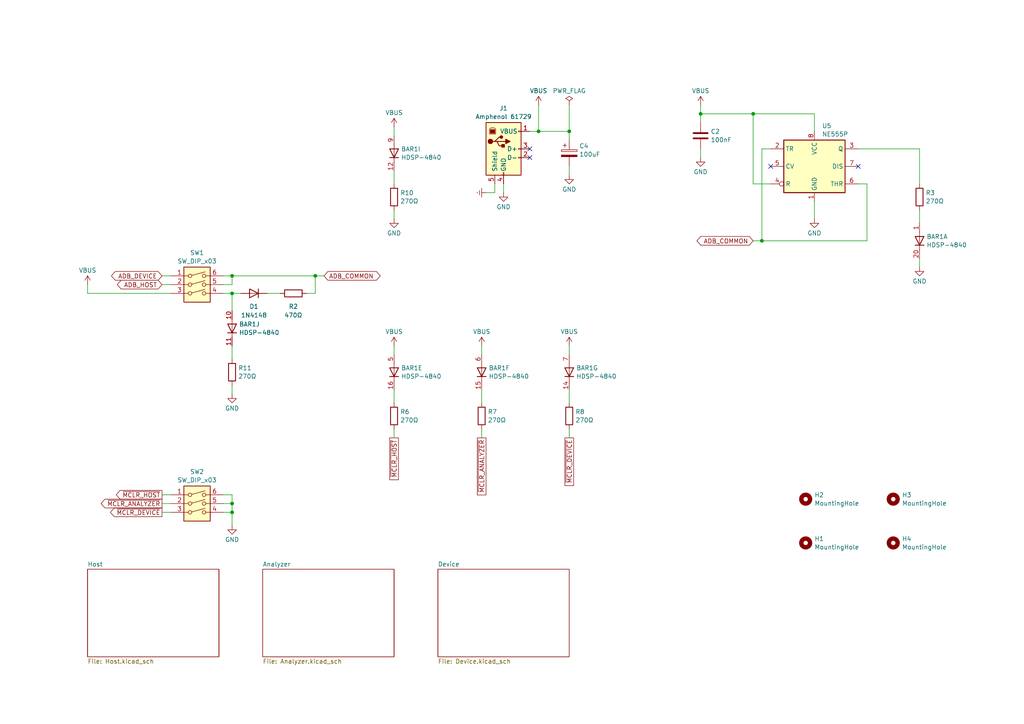
<source format=kicad_sch>
(kicad_sch (version 20230121) (generator eeschema)
  (paper "A4")
  (title_block (title "ADBDB") (date "2024-02-16") (rev "1.1") (company "68kmla") (comment 1 "https://github.com/demik/oldworld/blob/master/EDA/ADBDB/README.md"))
  (lib_symbols
    (symbol "Connector:USB_B" (pin_names (offset 1.016))
      (property "Reference" "J" (at -5.08 11.43 0))
      (property "Value" "USB_B" (at -5.08 8.89 0))
      (symbol "USB_B_0_1"
        (rectangle (start -5.08 -7.62) (end 5.08 7.62) (stroke (width 0.254)) (fill (type background)))
        (circle (center -3.81 2.159) (radius 0.635) (stroke (width 0.254)) (fill (type outline)))
        (rectangle (start -3.81 5.588) (end -2.54 4.572) (fill (type outline)))
        (circle (center -0.635 3.429) (radius 0.381) (stroke (width 0.254)) (fill (type outline)))
        (rectangle (start -0.127 -7.62) (end 0.127 -6.858))
        (polyline (pts (xy -1.905 2.159) (xy 0.635 2.159)) (stroke (width 0.254)))
        (polyline (pts (xy -3.175 2.159) (xy -2.54 2.159) (xy -1.27 3.429) (xy -0.635 3.429)) (stroke (width 0.254)))
        (polyline (pts (xy -2.54 2.159) (xy -1.905 2.159) (xy -1.27 0.889) (xy 0 0.889)) (stroke (width 0.254)))
        (polyline (pts (xy 0.635 2.794) (xy 0.635 1.524) (xy 1.905 2.159) (xy 0.635 2.794)) (stroke (width 0.254)) (fill (type outline)))
        (polyline (pts (xy -4.064 4.318) (xy -2.286 4.318) (xy -2.286 5.715) (xy -2.667 6.096) (xy -3.683 6.096) (xy -4.064 5.715) (xy -4.064 4.318)))
        (rectangle (start 0.254 1.27) (end -0.508 0.508) (stroke (width 0.254)) (fill (type outline)))
        (rectangle (start 5.08 -2.667) (end 4.318 -2.413))
        (rectangle (start 5.08 -0.127) (end 4.318 0.127))
        (rectangle (start 5.08 4.953) (end 4.318 5.207))
      )
      (symbol "USB_B_1_1"
        (pin power_out line (at 7.62 5.08 180) (length 2.54) (name "VBUS") (number "1"))
        (pin bidirectional line (at 7.62 -2.54 180) (length 2.54) (name "D-") (number "2"))
        (pin bidirectional line (at 7.62 0 180) (length 2.54) (name "D+") (number "3"))
        (pin power_out line (at 0 -10.16 90) (length 2.54) (name "GND") (number "4"))
        (pin passive line (at -2.54 -10.16 90) (length 2.54) (name "Shield") (number "5"))
      )
    )
    (symbol "Device:C" (pin_numbers hide) (pin_names (offset 0.254))
      (property "Reference" "C" (at 0.635 2.54 0))
      (property "Value" "C" (at 0.635 -2.54 0))
      (symbol "C_0_1"
        (polyline (pts (xy -2.032 -0.762) (xy 2.032 -0.762)) (stroke (width 0.508)))
        (polyline (pts (xy -2.032 0.762) (xy 2.032 0.762)) (stroke (width 0.508)))
      )
      (symbol "C_1_1"
        (pin passive line (at 0 3.81 270) (length 2.794) (name "~") (number "1"))
        (pin passive line (at 0 -3.81 90) (length 2.794) (name "~") (number "2"))
      )
    )
    (symbol "Device:C_Polarized" (pin_numbers hide) (pin_names (offset 0.254))
      (property "Reference" "C" (at 0.635 2.54 0))
      (property "Value" "C_Polarized" (at 0.635 -2.54 0))
      (symbol "C_Polarized_0_1"
        (rectangle (start -2.286 0.508) (end 2.286 1.016))
        (polyline (pts (xy -1.778 2.286) (xy -0.762 2.286)))
        (polyline (pts (xy -1.27 2.794) (xy -1.27 1.778)))
        (rectangle (start 2.286 -0.508) (end -2.286 -1.016) (fill (type outline)))
      )
      (symbol "C_Polarized_1_1"
        (pin passive line (at 0 3.81 270) (length 2.794) (name "~") (number "1"))
        (pin passive line (at 0 -3.81 90) (length 2.794) (name "~") (number "2"))
      )
    )
    (symbol "Device:R" (pin_numbers hide) (pin_names (offset 0))
      (property "Reference" "R" (at 2.032 0 90))
      (property "Value" "R" (at 0 0 90))
      (symbol "R_0_1"
        (rectangle (start -1.016 -2.54) (end 1.016 2.54) (stroke (width 0.254)))
      )
      (symbol "R_1_1"
        (pin passive line (at 0 3.81 270) (length 1.27) (name "~") (number "1"))
        (pin passive line (at 0 -3.81 90) (length 1.27) (name "~") (number "2"))
      )
    )
    (symbol "Diode:1N4148" (pin_numbers hide) (pin_names hide)
      (property "Reference" "D" (at 0 2.54 0))
      (property "Value" "1N4148" (at 0 -2.54 0))
      (symbol "1N4148_0_1"
        (polyline (pts (xy -1.27 1.27) (xy -1.27 -1.27)) (stroke (width 0.254)))
        (polyline (pts (xy 1.27 0) (xy -1.27 0)))
        (polyline (pts (xy 1.27 1.27) (xy 1.27 -1.27) (xy -1.27 0) (xy 1.27 1.27)) (stroke (width 0.254)))
      )
      (symbol "1N4148_1_1"
        (pin passive line (at -3.81 0 0) (length 2.54) (name "K") (number "1"))
        (pin passive line (at 3.81 0 180) (length 2.54) (name "A") (number "2"))
      )
    )
    (symbol "LED:HDSP-4840" (pin_names (offset 1.016) hide)
      (property "Reference" "BAR" (at 0 3.81 0))
      (property "Value" "HDSP-4840" (at 0 -3.81 0))
      (symbol "HDSP-4840_0_1"
        (polyline (pts (xy -2.54 0) (xy 2.54 0)))
        (polyline (pts (xy 1.27 -1.27) (xy 1.27 1.27)) (stroke (width 0.254)))
        (polyline (pts (xy -1.27 1.27) (xy -1.27 -1.27) (xy 1.27 0) (xy -1.27 1.27)) (stroke (width 0.254)))
      )
      (symbol "HDSP-4840_1_1"
        (pin passive line (at -5.08 0 0) (length 2.54) (name "A") (number "1"))
        (pin passive line (at 5.08 0 180) (length 2.54) (name "K") (number "20"))
      )
      (symbol "HDSP-4840_2_1"
        (pin passive line (at 5.08 0 180) (length 2.54) (name "K") (number "19"))
        (pin passive line (at -5.08 0 0) (length 2.54) (name "A") (number "2"))
      )
      (symbol "HDSP-4840_3_1"
        (pin passive line (at 5.08 0 180) (length 2.54) (name "K") (number "18"))
        (pin passive line (at -5.08 0 0) (length 2.54) (name "A") (number "3"))
      )
      (symbol "HDSP-4840_4_1"
        (pin passive line (at 5.08 0 180) (length 2.54) (name "K") (number "17"))
        (pin passive line (at -5.08 0 0) (length 2.54) (name "A") (number "4"))
      )
      (symbol "HDSP-4840_5_1"
        (pin passive line (at 5.08 0 180) (length 2.54) (name "K") (number "16"))
        (pin passive line (at -5.08 0 0) (length 2.54) (name "A") (number "5"))
      )
      (symbol "HDSP-4840_6_1"
        (pin passive line (at 5.08 0 180) (length 2.54) (name "K") (number "15"))
        (pin passive line (at -5.08 0 0) (length 2.54) (name "A") (number "6"))
      )
      (symbol "HDSP-4840_7_1"
        (pin passive line (at 5.08 0 180) (length 2.54) (name "K") (number "14"))
        (pin passive line (at -5.08 0 0) (length 2.54) (name "A") (number "7"))
      )
      (symbol "HDSP-4840_8_1"
        (pin passive line (at 5.08 0 180) (length 2.54) (name "K") (number "13"))
        (pin passive line (at -5.08 0 0) (length 2.54) (name "A") (number "8"))
      )
      (symbol "HDSP-4840_9_1"
        (pin passive line (at 5.08 0 180) (length 2.54) (name "K") (number "12"))
        (pin passive line (at -5.08 0 0) (length 2.54) (name "A") (number "9"))
      )
      (symbol "HDSP-4840_10_1"
        (pin passive line (at -5.08 0 0) (length 2.54) (name "A") (number "10"))
        (pin passive line (at 5.08 0 180) (length 2.54) (name "K") (number "11"))
      )
    )
    (symbol "Mechanical:MountingHole" (pin_names (offset 1.016))
      (property "Reference" "H" (at 0 5.08 0))
      (property "Value" "MountingHole" (at 0 3.175 0))
      (symbol "MountingHole_0_1"
        (circle (center 0 0) (radius 1.27) (stroke (width 1.27)))
      )
    )
    (symbol "Switch:SW_DIP_x03" (pin_names (offset 0) hide)
      (property "Reference" "SW" (at 0 8.89 0))
      (property "Value" "SW_DIP_x03" (at 0 -3.81 0))
      (symbol "SW_DIP_x03_0_0"
        (circle (center -2.032 0) (radius 0.508))
        (circle (center -2.032 2.54) (radius 0.508))
        (circle (center -2.032 5.08) (radius 0.508))
        (polyline (pts (xy -1.524 0.127) (xy 2.3622 1.1684)))
        (polyline (pts (xy -1.524 2.667) (xy 2.3622 3.7084)))
        (polyline (pts (xy -1.524 5.207) (xy 2.3622 6.2484)))
        (circle (center 2.032 0) (radius 0.508))
        (circle (center 2.032 2.54) (radius 0.508))
        (circle (center 2.032 5.08) (radius 0.508))
      )
      (symbol "SW_DIP_x03_0_1"
        (rectangle (start -3.81 7.62) (end 3.81 -2.54) (stroke (width 0.254)) (fill (type background)))
      )
      (symbol "SW_DIP_x03_1_1"
        (pin passive line (at -7.62 5.08 0) (length 5.08) (name "~") (number "1"))
        (pin passive line (at -7.62 2.54 0) (length 5.08) (name "~") (number "2"))
        (pin passive line (at -7.62 0 0) (length 5.08) (name "~") (number "3"))
        (pin passive line (at 7.62 0 180) (length 5.08) (name "~") (number "4"))
        (pin passive line (at 7.62 2.54 180) (length 5.08) (name "~") (number "5"))
        (pin passive line (at 7.62 5.08 180) (length 5.08) (name "~") (number "6"))
      )
    )
    (symbol "Timer:NE555P"
      (property "Reference" "U" (at -10.16 8.89 0))
      (property "Value" "NE555P" (at 2.54 8.89 0))
      (symbol "NE555P_0_0"
        (pin power_in line (at 0 -10.16 90) (length 2.54) (name "GND") (number "1"))
        (pin power_in line (at 0 10.16 270) (length 2.54) (name "VCC") (number "8"))
      )
      (symbol "NE555P_0_1"
        (rectangle (start -8.89 -7.62) (end 8.89 7.62) (stroke (width 0.254)) (fill (type background)))
        (rectangle (start -8.89 -7.62) (end 8.89 7.62) (stroke (width 0.254)) (fill (type background)))
      )
      (symbol "NE555P_1_1"
        (pin input line (at -12.7 5.08 0) (length 3.81) (name "TR") (number "2"))
        (pin output line (at 12.7 5.08 180) (length 3.81) (name "Q") (number "3"))
        (pin input inverted (at -12.7 -5.08 0) (length 3.81) (name "R") (number "4"))
        (pin input line (at -12.7 0 0) (length 3.81) (name "CV") (number "5"))
        (pin input line (at 12.7 -5.08 180) (length 3.81) (name "THR") (number "6"))
        (pin input line (at 12.7 0 180) (length 3.81) (name "DIS") (number "7"))
      )
    )
    (symbol "power:Earth" (power) (pin_names (offset 0))
      (symbol "Earth_0_1"
        (polyline (pts (xy -0.635 -1.905) (xy 0.635 -1.905)))
        (polyline (pts (xy -0.127 -2.54) (xy 0.127 -2.54)))
        (polyline (pts (xy 0 -1.27) (xy 0 0)))
        (polyline (pts (xy 1.27 -1.27) (xy -1.27 -1.27)))
      )
      (symbol "Earth_1_1"
        (pin power_in line (at 0 0 270) (length 0) hide (name "Earth") (number "1"))
      )
    )
    (symbol "power:GND" (power) (pin_names (offset 0))
      (property "Value" "GND" (at 0 -3.81 0))
      (symbol "GND_0_1"
        (polyline (pts (xy 0 0) (xy 0 -1.27) (xy 1.27 -1.27) (xy 0 -2.54) (xy -1.27 -1.27) (xy 0 -1.27)))
      )
      (symbol "GND_1_1"
        (pin power_in line (at 0 0 270) (length 0) hide (name "GND") (number "1"))
      )
    )
    (symbol "power:PWR_FLAG" (power) (pin_numbers hide) (pin_names (offset 0) hide)
      (property "Value" "PWR_FLAG" (at 0 3.81 0))
      (symbol "PWR_FLAG_0_0"
        (pin power_out line (at 0 0 90) (length 0) (name "pwr") (number "1"))
      )
      (symbol "PWR_FLAG_0_1"
        (polyline (pts (xy 0 0) (xy 0 1.27) (xy -1.016 1.905) (xy 0 2.54) (xy 1.016 1.905) (xy 0 1.27)))
      )
    )
    (symbol "power:VBUS" (power) (pin_names (offset 0))
      (property "Value" "VBUS" (at 0 3.81 0))
      (symbol "VBUS_0_1"
        (polyline (pts (xy -0.762 1.27) (xy 0 2.54)))
        (polyline (pts (xy 0 0) (xy 0 2.54)))
        (polyline (pts (xy 0 2.54) (xy 0.762 1.27)))
      )
      (symbol "VBUS_1_1"
        (pin power_in line (at 0 0 90) (length 0) hide (name "VBUS") (number "1"))
      )
    )
  )
  (junction (at 67.31 80.01))
  (junction (at 218.44 33.02))
  (junction (at 203.2 33.02))
  (junction (at 165.1 38.1))
  (junction (at 91.44 80.01))
  (junction (at 67.31 146.05))
  (junction (at 67.31 148.59))
  (junction (at 67.31 85.09))
  (junction (at 156.21 38.1))
  (junction (at 220.98 69.85))
  (no_connect (at 223.52 48.26))
  (no_connect (at 153.67 45.72))
  (no_connect (at 248.92 48.26))
  (no_connect (at 153.67 43.18))
  (wire (pts (xy 114.3 100.33) (xy 114.3 102.87)))
  (wire (pts (xy 203.2 43.18) (xy 203.2 45.72)))
  (wire (pts (xy 143.51 55.88) (xy 143.51 53.34)))
  (wire (pts (xy 266.7 43.18) (xy 266.7 53.34)))
  (wire (pts (xy 223.52 53.34) (xy 218.44 53.34)))
  (wire (pts (xy 251.46 53.34) (xy 248.92 53.34)))
  (wire (pts (xy 165.1 30.48) (xy 165.1 38.1)))
  (wire (pts (xy 64.77 143.51) (xy 67.31 143.51)))
  (wire (pts (xy 165.1 48.26) (xy 165.1 50.8)))
  (wire (pts (xy 67.31 100.33) (xy 67.31 104.14)))
  (wire (pts (xy 203.2 30.48) (xy 203.2 33.02)))
  (wire (pts (xy 46.99 146.05) (xy 49.53 146.05)))
  (wire (pts (xy 165.1 124.46) (xy 165.1 127)))
  (wire (pts (xy 153.67 38.1) (xy 156.21 38.1)))
  (wire (pts (xy 236.22 38.1) (xy 236.22 33.02)))
  (wire (pts (xy 139.7 100.33) (xy 139.7 102.87)))
  (wire (pts (xy 114.3 36.83) (xy 114.3 39.37)))
  (wire (pts (xy 203.2 33.02) (xy 218.44 33.02)))
  (wire (pts (xy 251.46 69.85) (xy 251.46 53.34)))
  (wire (pts (xy 64.77 85.09) (xy 67.31 85.09)))
  (wire (pts (xy 46.99 143.51) (xy 49.53 143.51)))
  (wire (pts (xy 67.31 148.59) (xy 67.31 152.4)))
  (wire (pts (xy 220.98 43.18) (xy 220.98 69.85)))
  (wire (pts (xy 165.1 38.1) (xy 165.1 40.64)))
  (wire (pts (xy 266.7 60.96) (xy 266.7 64.77)))
  (wire (pts (xy 218.44 33.02) (xy 236.22 33.02)))
  (wire (pts (xy 67.31 80.01) (xy 91.44 80.01)))
  (wire (pts (xy 67.31 85.09) (xy 69.85 85.09)))
  (wire (pts (xy 218.44 69.85) (xy 220.98 69.85)))
  (wire (pts (xy 67.31 111.76) (xy 67.31 114.3)))
  (wire (pts (xy 139.7 113.03) (xy 139.7 116.84)))
  (wire (pts (xy 64.77 82.55) (xy 67.31 82.55)))
  (wire (pts (xy 25.4 85.09) (xy 49.53 85.09)))
  (wire (pts (xy 67.31 85.09) (xy 67.31 90.17)))
  (wire (pts (xy 156.21 38.1) (xy 165.1 38.1)))
  (wire (pts (xy 139.7 124.46) (xy 139.7 127)))
  (wire (pts (xy 114.3 124.46) (xy 114.3 127)))
  (wire (pts (xy 64.77 146.05) (xy 67.31 146.05)))
  (wire (pts (xy 248.92 43.18) (xy 266.7 43.18)))
  (wire (pts (xy 156.21 38.1) (xy 156.21 30.48)))
  (wire (pts (xy 64.77 80.01) (xy 67.31 80.01)))
  (wire (pts (xy 91.44 85.09) (xy 91.44 80.01)))
  (wire (pts (xy 114.3 49.53) (xy 114.3 53.34)))
  (wire (pts (xy 236.22 58.42) (xy 236.22 63.5)))
  (wire (pts (xy 67.31 82.55) (xy 67.31 80.01)))
  (wire (pts (xy 165.1 100.33) (xy 165.1 102.87)))
  (wire (pts (xy 203.2 33.02) (xy 203.2 35.56)))
  (wire (pts (xy 25.4 82.55) (xy 25.4 85.09)))
  (wire (pts (xy 220.98 69.85) (xy 251.46 69.85)))
  (wire (pts (xy 91.44 80.01) (xy 93.98 80.01)))
  (wire (pts (xy 165.1 113.03) (xy 165.1 116.84)))
  (wire (pts (xy 114.3 113.03) (xy 114.3 116.84)))
  (wire (pts (xy 88.9 85.09) (xy 91.44 85.09)))
  (wire (pts (xy 114.3 60.96) (xy 114.3 63.5)))
  (wire (pts (xy 218.44 53.34) (xy 218.44 33.02)))
  (wire (pts (xy 64.77 148.59) (xy 67.31 148.59)))
  (wire (pts (xy 46.99 148.59) (xy 49.53 148.59)))
  (wire (pts (xy 266.7 74.93) (xy 266.7 77.47)))
  (wire (pts (xy 46.99 80.01) (xy 49.53 80.01)))
  (wire (pts (xy 67.31 146.05) (xy 67.31 148.59)))
  (wire (pts (xy 140.97 55.88) (xy 143.51 55.88)))
  (wire (pts (xy 67.31 143.51) (xy 67.31 146.05)))
  (wire (pts (xy 223.52 43.18) (xy 220.98 43.18)))
  (wire (pts (xy 77.47 85.09) (xy 81.28 85.09)))
  (wire (pts (xy 46.99 82.55) (xy 49.53 82.55)))
  (wire (pts (xy 146.05 53.34) (xy 146.05 55.88)))
  (global_label "~{MCLR_ANALYZER}" (shape output) (at 46.99 146.05 180) (property "Intersheetrefs" "${INTERSHEET_REFS}" (effects hide)))
  (global_label "~{MCLR_ANALYZER}" (shape passive) (at 139.7 127 270) (property "Intersheetrefs" "${INTERSHEET_REFS}" (effects hide)))
  (global_label "~{MCLR_HOST}" (shape output) (at 46.99 143.51 180) (property "Intersheetrefs" "${INTERSHEET_REFS}" (effects hide)))
  (global_label "ADB_COMMON" (shape bidirectional) (at 218.44 69.85 180) (property "Intersheetrefs" "${INTERSHEET_REFS}" (effects hide)))
  (global_label "ADB_DEVICE" (shape bidirectional) (at 46.99 80.01 180) (property "Intersheetrefs" "${INTERSHEET_REFS}" (effects hide)))
  (global_label "~{MCLR_DEVICE}" (shape output) (at 46.99 148.59 180) (property "Intersheetrefs" "${INTERSHEET_REFS}" (effects hide)))
  (global_label "ADB_COMMON" (shape bidirectional) (at 93.98 80.01 0) (property "Intersheetrefs" "${INTERSHEET_REFS}" (effects hide)))
  (global_label "~{MCLR_HOST}" (shape passive) (at 114.3 127 270) (property "Intersheetrefs" "${INTERSHEET_REFS}" (effects hide)))
  (global_label "ADB_HOST" (shape bidirectional) (at 46.99 82.55 180) (property "Intersheetrefs" "${INTERSHEET_REFS}" (effects hide)))
  (global_label "~{MCLR_DEVICE}" (shape passive) (at 165.1 127 270) (property "Intersheetrefs" "${INTERSHEET_REFS}" (effects hide)))
  (symbol (lib_id "Device:C") (at 203.2 39.37 0) (unit 1)
    (property "Reference" "C2" (at 206.121 38.1579 0) (effects (justify left)))
    (property "Value" "100nF" (at 206.121 40.5821 0) (effects (justify left)))
    (property "Footprint" "Capacitor_THT:C_Disc_D4.3mm_W1.9mm_P5.00mm" (effects hide))
  )
  (symbol (lib_id "Mechanical:MountingHole") (at 233.68 144.78 0) (unit 1)
    (property "Reference" "H2" (at 236.22 143.5679 0) (effects (justify left)))
    (property "Value" "MountingHole" (at 236.22 145.9921 0) (effects (justify left)))
    (property "Footprint" "MountingHole:MountingHole_3.2mm_M3" (effects hide))
  )
  (symbol (lib_id "Timer:NE555P") (at 236.22 48.26 0) (unit 1)
    (property "Reference" "U5" (at 238.4141 36.4957 0) (effects (justify left)))
    (property "Value" "NE555P" (at 238.4141 38.9199 0) (effects (justify left)))
    (property "Footprint" "Package_DIP:DIP-8_W7.62mm" (effects hide))
    (property "Datasheet" "http://www.ti.com/lit/ds/symlink/ne555.pdf" (effects hide))
  )
  (symbol (lib_id "Mechanical:MountingHole") (at 259.08 157.48 0) (unit 1)
    (property "Reference" "H4" (at 261.62 156.2679 0) (effects (justify left)))
    (property "Value" "MountingHole" (at 261.62 158.6921 0) (effects (justify left)))
    (property "Footprint" "MountingHole:MountingHole_3.2mm_M3" (effects hide))
  )
  (symbol (lib_id "power:VBUS") (at 165.1 100.33 0) (unit 1)
    (property "Reference" "#PWR033" (effects hide))
    (property "Value" "VBUS" (at 165.1 96.1969 0))
  )
  (symbol (lib_id "power:GND") (at 114.3 63.5 0) (unit 1)
    (property "Reference" "#PWR035" (effects hide))
    (property "Value" "GND" (at 114.3 67.6331 0))
  )
  (symbol (lib_id "power:GND") (at 67.31 114.3 0) (unit 1)
    (property "Reference" "#PWR037" (effects hide))
    (property "Value" "GND" (at 67.31 118.4331 0))
  )
  (symbol (lib_id "Switch:SW_DIP_x03") (at 57.15 148.59 0) (unit 1)
    (property "Reference" "SW2" (at 57.15 136.8257 0))
    (property "Value" "SW_DIP_x03" (at 57.15 139.2499 0))
    (property "Footprint" "Button_Switch_THT:SW_DIP_SPSTx03_Slide_9.78x9.8mm_W7.62mm_P2.54mm" (effects hide))
  )
  (symbol (lib_id "power:VBUS") (at 203.2 30.48 0) (unit 1)
    (property "Reference" "#PWR014" (effects hide))
    (property "Value" "VBUS" (at 203.2 26.3469 0))
  )
  (symbol (lib_id "Device:R") (at 266.7 57.15 0) (unit 1)
    (property "Reference" "R3" (at 268.478 55.9379 0) (effects (justify left)))
    (property "Value" "270Ω" (at 268.478 58.3621 0) (effects (justify left)))
    (property "Footprint" "Resistor_THT:R_Axial_DIN0207_L6.3mm_D2.5mm_P7.62mm_Horizontal" (effects hide))
  )
  (symbol (lib_id "Device:R") (at 139.7 120.65 0) (unit 1)
    (property "Reference" "R7" (at 141.478 119.4379 0) (effects (justify left)))
    (property "Value" "270Ω" (at 141.478 121.8621 0) (effects (justify left)))
    (property "Footprint" "Resistor_THT:R_Axial_DIN0207_L6.3mm_D2.5mm_P7.62mm_Horizontal" (effects hide))
  )
  (symbol (lib_id "Device:R") (at 114.3 57.15 0) (unit 1)
    (property "Reference" "R10" (at 116.078 55.9379 0) (effects (justify left)))
    (property "Value" "270Ω" (at 116.078 58.3621 0) (effects (justify left)))
    (property "Footprint" "Resistor_THT:R_Axial_DIN0207_L6.3mm_D2.5mm_P7.62mm_Horizontal" (effects hide))
  )
  (symbol (lib_id "power:GND") (at 146.05 55.88 0) (unit 1)
    (property "Reference" "#PWR01" (effects hide))
    (property "Value" "GND" (at 146.05 60.0131 0))
  )
  (symbol (lib_id "Diode:1N4148") (at 73.66 85.09 180) (unit 1)
    (property "Reference" "D1" (at 73.66 88.9 0))
    (property "Value" "1N4148" (at 73.66 91.44 0))
    (property "Footprint" "Diode_THT:D_DO-35_SOD27_P7.62mm_Horizontal" (effects hide))
    (property "Datasheet" "https://assets.nexperia.com/documents/data-sheet/1N4148_1N4448.pdf" (effects hide))
    (property "Sim.Device" "D" (effects hide))
    (property "Sim.Pins" "1=K 2=A" (effects hide))
  )
  (symbol (lib_id "power:VBUS") (at 114.3 36.83 0) (unit 1)
    (property "Reference" "#PWR036" (effects hide))
    (property "Value" "VBUS" (at 114.3 32.6969 0))
  )
  (symbol (lib_id "Device:C_Polarized") (at 165.1 44.45 0) (unit 1)
    (property "Reference" "C4" (at 168.021 42.3489 0) (effects (justify left)))
    (property "Value" "100uF" (at 168.021 44.7731 0) (effects (justify left)))
    (property "Footprint" "Capacitor_THT:CP_Radial_D6.3mm_P2.50mm" (effects hide))
  )
  (symbol (lib_id "Switch:SW_DIP_x03") (at 57.15 85.09 0) (unit 1)
    (property "Reference" "SW1" (at 57.15 73.3257 0))
    (property "Value" "SW_DIP_x03" (at 57.15 75.7499 0))
    (property "Footprint" "Button_Switch_THT:SW_DIP_SPSTx03_Slide_9.78x9.8mm_W7.62mm_P2.54mm" (effects hide))
  )
  (symbol (lib_id "Device:R") (at 85.09 85.09 90) (unit 1)
    (property "Reference" "R2" (at 85.09 88.9 90))
    (property "Value" "470Ω" (at 85.09 91.44 90))
    (property "Footprint" "Resistor_THT:R_Axial_DIN0207_L6.3mm_D2.5mm_P7.62mm_Horizontal" (effects hide))
  )
  (symbol (lib_id "LED:HDSP-4840") (at 67.31 95.25 270) (unit 10)
    (property "Reference" "BAR1" (at 69.342 94.0379 90) (effects (justify left)))
    (property "Value" "HDSP-4840" (at 69.342 96.4621 90) (effects (justify left)))
    (property "Footprint" "Display:HDSP-4840" (effects hide))
    (property "Datasheet" "https://docs.broadcom.com/docs/AV02-1798EN" (effects hide))
  )
  (symbol (lib_id "Mechanical:MountingHole") (at 233.68 157.48 0) (unit 1)
    (property "Reference" "H1" (at 236.22 156.2679 0) (effects (justify left)))
    (property "Value" "MountingHole" (at 236.22 158.6921 0) (effects (justify left)))
    (property "Footprint" "MountingHole:MountingHole_3.2mm_M3" (effects hide))
  )
  (symbol (lib_id "power:VBUS") (at 156.21 30.48 0) (unit 1)
    (property "Reference" "#PWR03" (effects hide))
    (property "Value" "VBUS" (at 156.21 26.3469 0))
  )
  (symbol (lib_id "power:VBUS") (at 25.4 82.55 0) (unit 1)
    (property "Reference" "#PWR013" (effects hide))
    (property "Value" "VBUS" (at 25.4 78.4169 0))
  )
  (symbol (lib_id "power:GND") (at 266.7 77.47 0) (unit 1)
    (property "Reference" "#PWR018" (effects hide))
    (property "Value" "GND" (at 266.7 81.6031 0))
  )
  (symbol (lib_id "power:GND") (at 165.1 50.8 0) (unit 1)
    (property "Reference" "#PWR015" (effects hide))
    (property "Value" "GND" (at 165.1 54.9331 0))
  )
  (symbol (lib_id "Device:R") (at 165.1 120.65 0) (unit 1)
    (property "Reference" "R8" (at 166.878 119.4379 0) (effects (justify left)))
    (property "Value" "270Ω" (at 166.878 121.8621 0) (effects (justify left)))
    (property "Footprint" "Resistor_THT:R_Axial_DIN0207_L6.3mm_D2.5mm_P7.62mm_Horizontal" (effects hide))
  )
  (symbol (lib_id "LED:HDSP-4840") (at 139.7 107.95 270) (unit 6)
    (property "Reference" "BAR1" (at 141.732 106.7379 90) (effects (justify left)))
    (property "Value" "HDSP-4840" (at 141.732 109.1621 90) (effects (justify left)))
    (property "Footprint" "Display:HDSP-4840" (effects hide))
    (property "Datasheet" "https://docs.broadcom.com/docs/AV02-1798EN" (effects hide))
  )
  (symbol (lib_id "power:GND") (at 203.2 45.72 0) (unit 1)
    (property "Reference" "#PWR017" (effects hide))
    (property "Value" "GND" (at 203.2 49.8531 0))
  )
  (symbol (lib_id "Connector:USB_B") (at 146.05 43.18 0) (unit 1)
    (property "Reference" "J1" (at 146.05 31.4157 0))
    (property "Value" "Amphenol 61729" (at 146.05 33.8399 0))
    (property "Footprint" "Connector_USB:USB_B_Lumberg_2411_02_Horizontal" (effects hide))
    (property "Datasheet" " ~" (effects hide))
  )
  (symbol (lib_id "LED:HDSP-4840") (at 114.3 107.95 270) (unit 5)
    (property "Reference" "BAR1" (at 116.332 106.7379 90) (effects (justify left)))
    (property "Value" "HDSP-4840" (at 116.332 109.1621 90) (effects (justify left)))
    (property "Footprint" "Display:HDSP-4840" (effects hide))
    (property "Datasheet" "https://docs.broadcom.com/docs/AV02-1798EN" (effects hide))
  )
  (symbol (lib_id "LED:HDSP-4840") (at 114.3 44.45 270) (unit 9)
    (property "Reference" "BAR1" (at 116.332 43.2379 90) (effects (justify left)))
    (property "Value" "HDSP-4840" (at 116.332 45.6621 90) (effects (justify left)))
    (property "Footprint" "Display:HDSP-4840" (effects hide))
    (property "Datasheet" "https://docs.broadcom.com/docs/AV02-1798EN" (effects hide))
  )
  (symbol (lib_id "power:VBUS") (at 139.7 100.33 0) (unit 1)
    (property "Reference" "#PWR032" (effects hide))
    (property "Value" "VBUS" (at 139.7 96.1969 0))
  )
  (symbol (lib_id "Device:R") (at 67.31 107.95 0) (unit 1)
    (property "Reference" "R11" (at 69.088 106.7379 0) (effects (justify left)))
    (property "Value" "270Ω" (at 69.088 109.1621 0) (effects (justify left)))
    (property "Footprint" "Resistor_THT:R_Axial_DIN0207_L6.3mm_D2.5mm_P7.62mm_Horizontal" (effects hide))
  )
  (symbol (lib_id "power:PWR_FLAG") (at 165.1 30.48 0) (unit 1)
    (property "Reference" "#FLG01" (effects hide))
    (property "Value" "PWR_FLAG" (at 165.1 26.3469 0))
  )
  (symbol (lib_id "power:GND") (at 67.31 152.4 0) (unit 1)
    (property "Reference" "#PWR030" (effects hide))
    (property "Value" "GND" (at 67.31 156.5331 0))
  )
  (symbol (lib_id "Mechanical:MountingHole") (at 259.08 144.78 0) (unit 1)
    (property "Reference" "H3" (at 261.62 143.5679 0) (effects (justify left)))
    (property "Value" "MountingHole" (at 261.62 145.9921 0) (effects (justify left)))
    (property "Footprint" "MountingHole:MountingHole_3.2mm_M3" (effects hide))
  )
  (symbol (lib_id "power:Earth") (at 140.97 55.88 270) (unit 1)
    (property "Reference" "#PWR02" (effects hide))
    (property "Value" "Earth" (effects hide))
  )
  (symbol (lib_id "LED:HDSP-4840") (at 266.7 69.85 270) (unit 1)
    (property "Reference" "BAR1" (at 268.732 68.6379 90) (effects (justify left)))
    (property "Value" "HDSP-4840" (at 268.732 71.0621 90) (effects (justify left)))
    (property "Footprint" "Display:HDSP-4840" (effects hide))
    (property "Datasheet" "https://docs.broadcom.com/docs/AV02-1798EN" (effects hide))
  )
  (symbol (lib_id "power:GND") (at 236.22 63.5 0) (unit 1)
    (property "Reference" "#PWR016" (effects hide))
    (property "Value" "GND" (at 236.22 67.6331 0))
  )
  (symbol (lib_id "power:VBUS") (at 114.3 100.33 0) (unit 1)
    (property "Reference" "#PWR031" (effects hide))
    (property "Value" "VBUS" (at 114.3 96.1969 0))
  )
  (symbol (lib_id "LED:HDSP-4840") (at 165.1 107.95 270) (unit 7)
    (property "Reference" "BAR1" (at 167.132 106.7379 90) (effects (justify left)))
    (property "Value" "HDSP-4840" (at 167.132 109.1621 90) (effects (justify left)))
    (property "Footprint" "Display:HDSP-4840" (effects hide))
    (property "Datasheet" "https://docs.broadcom.com/docs/AV02-1798EN" (effects hide))
  )
  (symbol (lib_id "Device:R") (at 114.3 120.65 0) (unit 1)
    (property "Reference" "R6" (at 116.078 119.4379 0) (effects (justify left)))
    (property "Value" "270Ω" (at 116.078 121.8621 0) (effects (justify left)))
    (property "Footprint" "Resistor_THT:R_Axial_DIN0207_L6.3mm_D2.5mm_P7.62mm_Horizontal" (effects hide))
  )
  (sheet (at 76.2 165.1) (size 38.1 25.4) (stroke (width 0.1524))
    (property "Sheetname" "Analyzer" (at 76.2 164.3884 0) (effects (justify left bottom)))
    (property "Sheetfile" "Analyzer.kicad_sch" (at 76.2 191.0846 0) (effects (justify left top)))
  )
  (sheet (at 25.4 165.1) (size 38.1 25.4) (stroke (width 0.1524))
    (property "Sheetname" "Host" (at 25.4 164.3884 0) (effects (justify left bottom)))
    (property "Sheetfile" "Host.kicad_sch" (at 25.4 191.0846 0) (effects (justify left top)))
  )
  (sheet (at 127 165.1) (size 38.1 25.4) (stroke (width 0.1524))
    (property "Sheetname" "Device" (at 127 164.3884 0) (effects (justify left bottom)))
    (property "Sheetfile" "Device.kicad_sch" (at 127 191.0846 0) (effects (justify left top)))
  )
)
</source>
